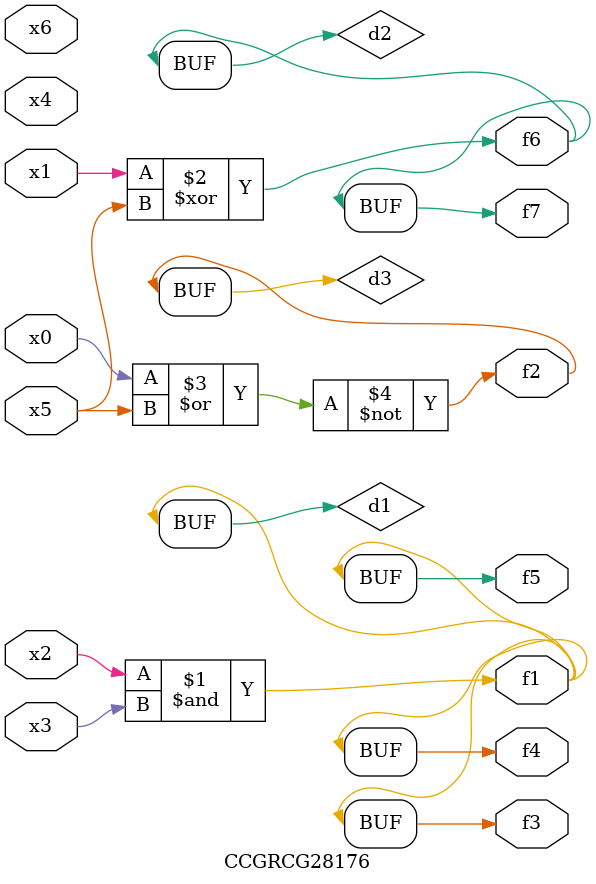
<source format=v>
module CCGRCG28176(
	input x0, x1, x2, x3, x4, x5, x6,
	output f1, f2, f3, f4, f5, f6, f7
);

	wire d1, d2, d3;

	and (d1, x2, x3);
	xor (d2, x1, x5);
	nor (d3, x0, x5);
	assign f1 = d1;
	assign f2 = d3;
	assign f3 = d1;
	assign f4 = d1;
	assign f5 = d1;
	assign f6 = d2;
	assign f7 = d2;
endmodule

</source>
